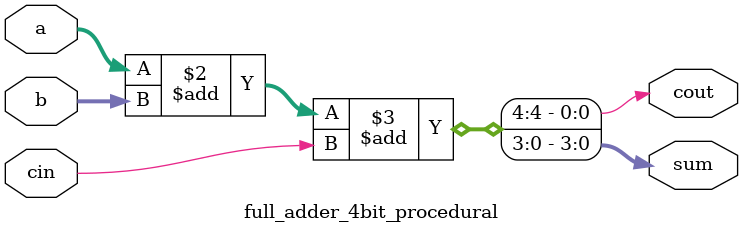
<source format=v>
module full_adder_4bit_procedural(
    input [3:0] a,
    input [3:0] b,
    input cin,
    output reg [3:0] sum,
    output reg cout
);
    always @(a or b or cin) begin
        {cout, sum} = a + b + cin;
    end
endmodule
</source>
